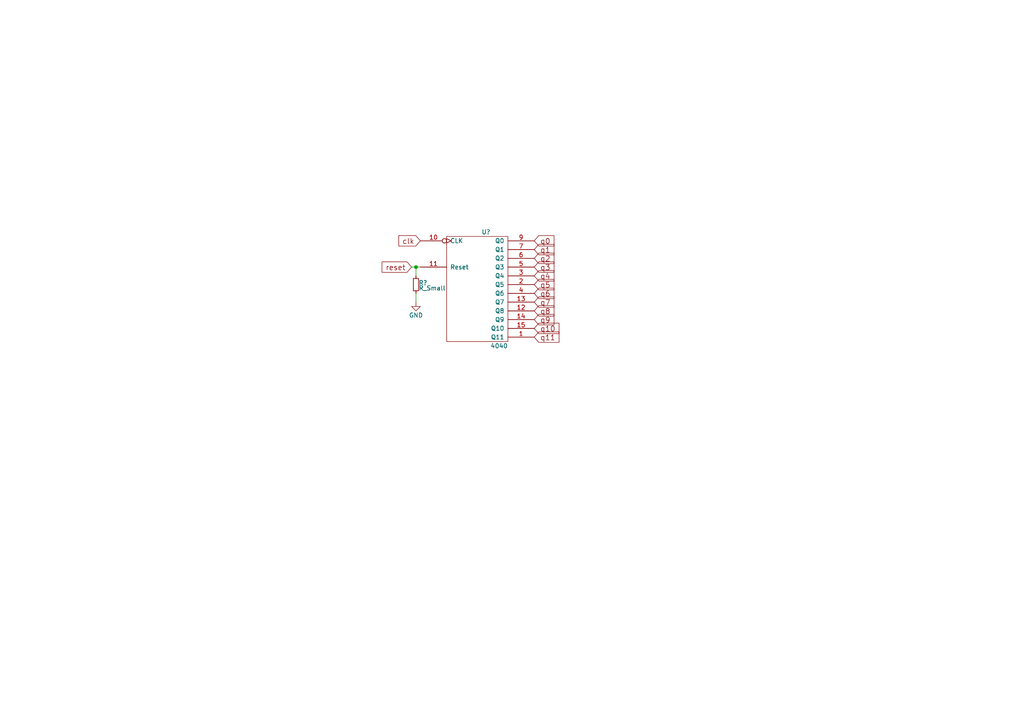
<source format=kicad_sch>
(kicad_sch (version 20230121) (generator eeschema)
  (paper "A4")
  (lib_symbols
    (symbol "CMOSworkshop-rescue:4040" (pin_names (offset 1.016))
      (property "Reference" "U" (at 2.54 16.51 0))
      (property "Value" "4040" (at 6.35 -16.51 0))
      (symbol "4040_0_0"
        (pin power_in line (at 0 15.24 270) (length 0) hide (name "VDD") (number "16"))
        (pin power_in line (at 0 -15.24 90) (length 0) hide (name "VSS") (number "8"))
      )
      (symbol "4040_0_1"
        (rectangle (start -8.89 15.24) (end 8.89 -15.24))
      )
      (symbol "4040_1_1"
        (pin output line (at 16.51 -13.97 180) (length 7.62) (name "Q11") (number "1"))
        (pin input inverted_clock (at -16.51 13.97 0) (length 7.62) (name "CLK") (number "10"))
        (pin input line (at -16.51 6.35 0) (length 7.62) (name "Reset") (number "11"))
        (pin output line (at 16.51 -6.35 180) (length 7.62) (name "Q8") (number "12"))
        (pin output line (at 16.51 -3.81 180) (length 7.62) (name "Q7") (number "13"))
        (pin output line (at 16.51 -8.89 180) (length 7.62) (name "Q9") (number "14"))
        (pin output line (at 16.51 -11.43 180) (length 7.62) (name "Q10") (number "15"))
        (pin output line (at 16.51 1.27 180) (length 7.62) (name "Q5") (number "2"))
        (pin output line (at 16.51 3.81 180) (length 7.62) (name "Q4") (number "3"))
        (pin output line (at 16.51 -1.27 180) (length 7.62) (name "Q6") (number "4"))
        (pin output line (at 16.51 6.35 180) (length 7.62) (name "Q3") (number "5"))
        (pin output line (at 16.51 8.89 180) (length 7.62) (name "Q2") (number "6"))
        (pin output line (at 16.51 11.43 180) (length 7.62) (name "Q1") (number "7"))
        (pin output line (at 16.51 13.97 180) (length 7.62) (name "Q0") (number "9"))
      )
    )
    (symbol "CMOSworkshop-rescue:GND" (power) (pin_names (offset 0))
      (property "Value" "GND" (at 0 -3.81 0))
      (symbol "GND_0_1"
        (polyline (pts (xy 0 0) (xy 0 -1.27) (xy 1.27 -1.27) (xy 0 -2.54) (xy -1.27 -1.27) (xy 0 -1.27)))
      )
      (symbol "GND_1_1"
        (pin power_in line (at 0 0 270) (length 0) hide (name "GND") (number "1"))
      )
    )
    (symbol "CMOSworkshop-rescue:R_Small" (pin_numbers hide) (pin_names (offset 0.254) hide)
      (property "Reference" "R" (at 0.762 0.508 0))
      (property "Value" "R_Small" (at 0.762 -1.016 0))
      (symbol "R_Small_0_1"
        (rectangle (start -0.762 1.778) (end 0.762 -1.778) (stroke (width 0.2032)))
      )
      (symbol "R_Small_1_1"
        (pin passive line (at 0 2.54 270) (length 0.762) (name "~") (number "1"))
        (pin passive line (at 0 -2.54 90) (length 0.762) (name "~") (number "2"))
      )
    )
  )
  (junction (at 120.65 77.47))
  (wire (pts (xy 120.65 80.01) (xy 120.65 77.47)))
  (wire (pts (xy 120.65 87.63) (xy 120.65 85.09)))
  (wire (pts (xy 119.38 77.47) (xy 120.65 77.47)))
  (wire (pts (xy 120.65 77.47) (xy 121.92 77.47)))
  (global_label "q11" (shape input) (at 154.94 97.79 0) (effects (font (size 1.524 1.524))) (property "Intersheetrefs" "${INTERSHEET_REFS}" (effects hide)))
  (global_label "clk" (shape input) (at 121.92 69.85 180) (effects (font (size 1.524 1.524))) (property "Intersheetrefs" "${INTERSHEET_REFS}" (effects hide)))
  (global_label "q8" (shape input) (at 154.94 90.17 0) (effects (font (size 1.524 1.524))) (property "Intersheetrefs" "${INTERSHEET_REFS}" (effects hide)))
  (global_label "q5" (shape input) (at 154.94 82.55 0) (effects (font (size 1.524 1.524))) (property "Intersheetrefs" "${INTERSHEET_REFS}" (effects hide)))
  (global_label "q1" (shape input) (at 154.94 72.39 0) (effects (font (size 1.524 1.524))) (property "Intersheetrefs" "${INTERSHEET_REFS}" (effects hide)))
  (global_label "reset" (shape input) (at 119.38 77.47 180) (effects (font (size 1.524 1.524))) (property "Intersheetrefs" "${INTERSHEET_REFS}" (effects hide)))
  (global_label "q6" (shape input) (at 154.94 85.09 0) (effects (font (size 1.524 1.524))) (property "Intersheetrefs" "${INTERSHEET_REFS}" (effects hide)))
  (global_label "q4" (shape input) (at 154.94 80.01 0) (effects (font (size 1.524 1.524))) (property "Intersheetrefs" "${INTERSHEET_REFS}" (effects hide)))
  (global_label "q3" (shape input) (at 154.94 77.47 0) (effects (font (size 1.524 1.524))) (property "Intersheetrefs" "${INTERSHEET_REFS}" (effects hide)))
  (global_label "q2" (shape input) (at 154.94 74.93 0) (effects (font (size 1.524 1.524))) (property "Intersheetrefs" "${INTERSHEET_REFS}" (effects hide)))
  (global_label "q0" (shape input) (at 154.94 69.85 0) (effects (font (size 1.524 1.524))) (property "Intersheetrefs" "${INTERSHEET_REFS}" (effects hide)))
  (global_label "q10" (shape input) (at 154.94 95.25 0) (effects (font (size 1.524 1.524))) (property "Intersheetrefs" "${INTERSHEET_REFS}" (effects hide)))
  (global_label "q7" (shape input) (at 154.94 87.63 0) (effects (font (size 1.524 1.524))) (property "Intersheetrefs" "${INTERSHEET_REFS}" (effects hide)))
  (global_label "q9" (shape input) (at 154.94 92.71 0) (effects (font (size 1.524 1.524))) (property "Intersheetrefs" "${INTERSHEET_REFS}" (effects hide)))
  (symbol (lib_id "CMOSworkshop-rescue:4040") (at 138.43 83.82 0) (unit 1)
    (property "Reference" "U?" (at 140.97 67.31 0))
    (property "Value" "4040" (at 144.78 100.33 0))
  )
  (symbol (lib_id "CMOSworkshop-rescue:R_Small") (at 120.65 82.55 0) (unit 1)
    (property "Reference" "R?" (at 121.412 82.042 0) (effects (justify left)))
    (property "Value" "R_Small" (at 121.412 83.566 0) (effects (justify left)))
  )
  (symbol (lib_id "CMOSworkshop-rescue:GND") (at 120.65 87.63 0) (unit 1)
    (property "Reference" "#PWR?" (effects hide))
    (property "Value" "GND" (at 120.65 91.44 0))
  )
)
</source>
